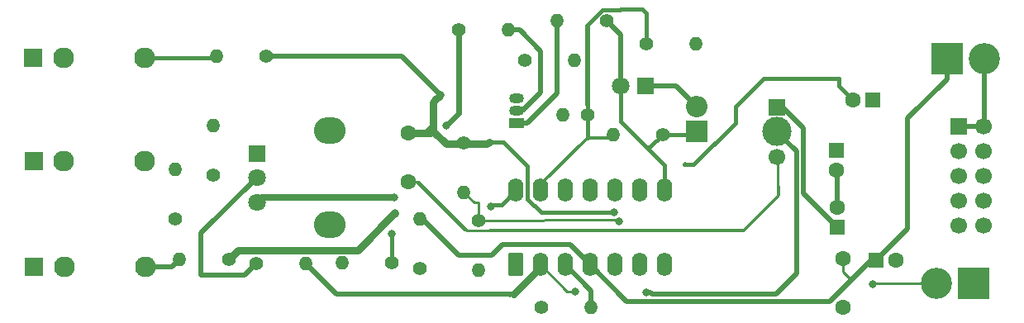
<source format=gbr>
%TF.GenerationSoftware,KiCad,Pcbnew,9.0.1*%
%TF.CreationDate,2025-06-03T19:58:47+02:00*%
%TF.ProjectId,lfo,6c666f2e-6b69-4636-9164-5f7063625858,rev?*%
%TF.SameCoordinates,Original*%
%TF.FileFunction,Copper,L1,Top*%
%TF.FilePolarity,Positive*%
%FSLAX46Y46*%
G04 Gerber Fmt 4.6, Leading zero omitted, Abs format (unit mm)*
G04 Created by KiCad (PCBNEW 9.0.1) date 2025-06-03 19:58:47*
%MOMM*%
%LPD*%
G01*
G04 APERTURE LIST*
G04 Aperture macros list*
%AMRoundRect*
0 Rectangle with rounded corners*
0 $1 Rounding radius*
0 $2 $3 $4 $5 $6 $7 $8 $9 X,Y pos of 4 corners*
0 Add a 4 corners polygon primitive as box body*
4,1,4,$2,$3,$4,$5,$6,$7,$8,$9,$2,$3,0*
0 Add four circle primitives for the rounded corners*
1,1,$1+$1,$2,$3*
1,1,$1+$1,$4,$5*
1,1,$1+$1,$6,$7*
1,1,$1+$1,$8,$9*
0 Add four rect primitives between the rounded corners*
20,1,$1+$1,$2,$3,$4,$5,0*
20,1,$1+$1,$4,$5,$6,$7,0*
20,1,$1+$1,$6,$7,$8,$9,0*
20,1,$1+$1,$8,$9,$2,$3,0*%
G04 Aperture macros list end*
%TA.AperFunction,Conductor*%
%ADD10C,0.200000*%
%TD*%
%TA.AperFunction,ComponentPad*%
%ADD11R,1.700000X1.700000*%
%TD*%
%TA.AperFunction,ComponentPad*%
%ADD12C,3.000000*%
%TD*%
%TA.AperFunction,ComponentPad*%
%ADD13C,1.700000*%
%TD*%
%TA.AperFunction,ComponentPad*%
%ADD14R,1.830000X1.930000*%
%TD*%
%TA.AperFunction,ComponentPad*%
%ADD15C,2.130000*%
%TD*%
%TA.AperFunction,ComponentPad*%
%ADD16C,1.400000*%
%TD*%
%TA.AperFunction,ComponentPad*%
%ADD17O,1.400000X1.400000*%
%TD*%
%TA.AperFunction,ComponentPad*%
%ADD18C,1.600000*%
%TD*%
%TA.AperFunction,ComponentPad*%
%ADD19R,1.800000X1.800000*%
%TD*%
%TA.AperFunction,ComponentPad*%
%ADD20C,1.800000*%
%TD*%
%TA.AperFunction,ComponentPad*%
%ADD21R,2.200000X2.200000*%
%TD*%
%TA.AperFunction,ComponentPad*%
%ADD22O,2.200000X2.200000*%
%TD*%
%TA.AperFunction,ComponentPad*%
%ADD23RoundRect,0.250000X0.550000X-0.950000X0.550000X0.950000X-0.550000X0.950000X-0.550000X-0.950000X0*%
%TD*%
%TA.AperFunction,ComponentPad*%
%ADD24O,1.600000X2.400000*%
%TD*%
%TA.AperFunction,ComponentPad*%
%ADD25R,1.500000X1.050000*%
%TD*%
%TA.AperFunction,ComponentPad*%
%ADD26O,1.500000X1.050000*%
%TD*%
%TA.AperFunction,ComponentPad*%
%ADD27R,1.600000X1.600000*%
%TD*%
%TA.AperFunction,ComponentPad*%
%ADD28R,3.200000X3.200000*%
%TD*%
%TA.AperFunction,ComponentPad*%
%ADD29O,3.200000X3.200000*%
%TD*%
%TA.AperFunction,ComponentPad*%
%ADD30O,3.240000X2.720000*%
%TD*%
%TA.AperFunction,ViaPad*%
%ADD31C,0.800000*%
%TD*%
%TA.AperFunction,ViaPad*%
%ADD32C,0.500000*%
%TD*%
%TA.AperFunction,Conductor*%
%ADD33C,0.631800*%
%TD*%
%TA.AperFunction,Conductor*%
%ADD34C,0.500000*%
%TD*%
%TA.AperFunction,Conductor*%
%ADD35C,0.250000*%
%TD*%
%TA.AperFunction,Conductor*%
%ADD36C,0.276200*%
%TD*%
%TA.AperFunction,Conductor*%
%ADD37C,0.400000*%
%TD*%
%TA.AperFunction,Conductor*%
%ADD38C,0.783400*%
%TD*%
%TA.AperFunction,Conductor*%
%ADD39C,0.656400*%
%TD*%
%TA.AperFunction,Conductor*%
%ADD40C,0.402400*%
%TD*%
%TA.AperFunction,Conductor*%
%ADD41C,0.657200*%
%TD*%
%TA.AperFunction,Conductor*%
%ADD42C,0.350000*%
%TD*%
%TA.AperFunction,Conductor*%
%ADD43C,0.529400*%
%TD*%
G04 APERTURE END LIST*
D10*
%TO.N,Net-(SW1-C)*%
X136600000Y-31600000D02*
X136450000Y-27950000D01*
%TD*%
D11*
%TO.P,SW1,1,A*%
%TO.N,Net-(SW1-A)*%
X136400000Y-22550000D03*
D12*
%TO.P,SW1,2,B*%
%TO.N,Net-(SW1-B)*%
X136400000Y-25050000D03*
D13*
%TO.P,SW1,3,C*%
%TO.N,Net-(SW1-C)*%
X136400000Y-27630000D03*
%TD*%
%TO.P,J4,10,Pin_10*%
%TO.N,Net-(D4-K)*%
X157540000Y-34700000D03*
%TO.P,J4,9,Pin_9*%
X155000000Y-34700000D03*
%TO.P,J4,8,Pin_8*%
%TO.N,GND*%
X157540000Y-32160000D03*
%TO.P,J4,7,Pin_7*%
X155000000Y-32160000D03*
%TO.P,J4,6,Pin_6*%
X157540000Y-29620000D03*
%TO.P,J4,5,Pin_5*%
X155000000Y-29620000D03*
%TO.P,J4,4,Pin_4*%
X157540000Y-27080000D03*
%TO.P,J4,3,Pin_3*%
X155000000Y-27080000D03*
%TO.P,J4,2,Pin_2*%
%TO.N,Net-(D3-A)*%
X157540000Y-24540000D03*
D11*
%TO.P,J4,1,Pin_1*%
X155000000Y-24540000D03*
%TD*%
D14*
%TO.P,J3,S*%
%TO.N,GND*%
X60300000Y-38900000D03*
D15*
%TO.P,J3,T*%
%TO.N,Net-(J3-PadT)*%
X71700000Y-38900000D03*
%TO.P,J3,TN*%
%TO.N,unconnected-(J3-PadTN)*%
X63400000Y-38900000D03*
%TD*%
D16*
%TO.P,R2,1*%
%TO.N,Net-(J2-PadT)*%
X112270000Y-43080000D03*
D17*
%TO.P,R2,2*%
%TO.N,GND*%
X117350000Y-43080000D03*
%TD*%
D16*
%TO.P,R4,1*%
%TO.N,Net-(R15-Pad2)*%
X96940000Y-38500000D03*
D17*
%TO.P,R4,2*%
%TO.N,Net-(J2-PadT)*%
X91860000Y-38500000D03*
%TD*%
D16*
%TO.P,R12,1*%
%TO.N,Net-(C1-Pad2)*%
X104300000Y-26210000D03*
D17*
%TO.P,R12,2*%
%TO.N,Net-(U1B-+)*%
X104300000Y-31290000D03*
%TD*%
D18*
%TO.P,C4,1*%
%TO.N,Vcc*%
X143150000Y-38100000D03*
%TO.P,C4,2*%
%TO.N,GND*%
X143150000Y-43100000D03*
%TD*%
D16*
%TO.P,R9,1*%
%TO.N,Net-(C1-Pad2)*%
X84040000Y-17300000D03*
D17*
%TO.P,R9,2*%
%TO.N,Net-(J1-PadT)*%
X78960000Y-17300000D03*
%TD*%
D16*
%TO.P,R11,1*%
%TO.N,Net-(D1-K)*%
X124650000Y-25350000D03*
D17*
%TO.P,R11,2*%
%TO.N,Net-(U1D--)*%
X119570000Y-25350000D03*
%TD*%
D19*
%TO.P,D2,1,K*%
%TO.N,Net-(D1-A)*%
X122900000Y-20400000D03*
D20*
%TO.P,D2,2,A*%
%TO.N,Net-(D1-K)*%
X120360000Y-20400000D03*
%TD*%
D16*
%TO.P,R14,1*%
%TO.N,Net-(D1-K)*%
X118940000Y-13700000D03*
D17*
%TO.P,R14,2*%
%TO.N,Net-(Q1-C)*%
X113860000Y-13700000D03*
%TD*%
D16*
%TO.P,R16,1*%
%TO.N,Net-(R16-Pad1)*%
X83045000Y-38575000D03*
D17*
%TO.P,R16,2*%
%TO.N,Net-(SW1-B)*%
X88125000Y-38575000D03*
%TD*%
D16*
%TO.P,R1,1*%
%TO.N,Net-(R1-Pad1)*%
X78600000Y-29500000D03*
D17*
%TO.P,R1,2*%
%TO.N,GND*%
X78600000Y-24420000D03*
%TD*%
D16*
%TO.P,R10,1*%
%TO.N,Net-(U1D--)*%
X122960000Y-16050000D03*
D17*
%TO.P,R10,2*%
%TO.N,GND*%
X128040000Y-16050000D03*
%TD*%
D16*
%TO.P,R7,1*%
%TO.N,Net-(C1-Pad2)*%
X110575000Y-17725000D03*
D17*
%TO.P,R7,2*%
%TO.N,Net-(D1-A)*%
X115655000Y-17725000D03*
%TD*%
D14*
%TO.P,J2,S*%
%TO.N,GND*%
X60220000Y-28100000D03*
D15*
%TO.P,J2,T*%
%TO.N,Net-(J2-PadT)*%
X71620000Y-28100000D03*
%TO.P,J2,TN*%
%TO.N,unconnected-(J2-PadTN)*%
X63320000Y-28100000D03*
%TD*%
D21*
%TO.P,D1,1,K*%
%TO.N,Net-(D1-K)*%
X128200000Y-25071766D03*
D22*
%TO.P,D1,2,A*%
%TO.N,Net-(D1-A)*%
X128200000Y-22531766D03*
%TD*%
D23*
%TO.P,U1,1*%
%TO.N,Net-(C1-Pad2)*%
X109620000Y-38720000D03*
D24*
%TO.P,U1,2,-*%
%TO.N,Net-(SW1-B)*%
X112160000Y-38720000D03*
%TO.P,U1,3,+*%
%TO.N,GND*%
X114700000Y-38720000D03*
%TO.P,U1,4,V+*%
%TO.N,Vcc*%
X117240000Y-38720000D03*
%TO.P,U1,5,+*%
%TO.N,Net-(U1B-+)*%
X119780000Y-38720000D03*
%TO.P,U1,6,-*%
%TO.N,GND*%
X122320000Y-38720000D03*
%TO.P,U1,7*%
%TO.N,Net-(R15-Pad2)*%
X124860000Y-38720000D03*
%TO.P,U1,8*%
%TO.N,Net-(D1-K)*%
X124860000Y-31100000D03*
%TO.P,U1,9,-*%
%TO.N,Net-(D1-A)*%
X122320000Y-31100000D03*
%TO.P,U1,10,+*%
%TO.N,Net-(U1C-+)*%
X119780000Y-31100000D03*
%TO.P,U1,11,V-*%
%TO.N,Vee*%
X117240000Y-31100000D03*
%TO.P,U1,12,+*%
%TO.N,Net-(Q1-C)*%
X114700000Y-31100000D03*
%TO.P,U1,13,-*%
%TO.N,Net-(U1D--)*%
X112160000Y-31100000D03*
%TO.P,U1,14*%
%TO.N,Net-(R13-Pad2)*%
X109620000Y-31100000D03*
%TD*%
D16*
%TO.P,R5,1*%
%TO.N,Net-(U1C-+)*%
X74750000Y-34040000D03*
D17*
%TO.P,R5,2*%
%TO.N,GND*%
X74750000Y-28960000D03*
%TD*%
D16*
%TO.P,R6,1*%
%TO.N,Net-(R13-Pad2)*%
X80200000Y-38200000D03*
D17*
%TO.P,R6,2*%
%TO.N,Net-(J3-PadT)*%
X75120000Y-38200000D03*
%TD*%
D18*
%TO.P,C1,1*%
%TO.N,Net-(SW1-C)*%
X98640000Y-30230000D03*
%TO.P,C1,2*%
%TO.N,Net-(C1-Pad2)*%
X98640000Y-25230000D03*
%TD*%
D16*
%TO.P,R13,1*%
%TO.N,Net-(U1D--)*%
X116970000Y-23350000D03*
D17*
%TO.P,R13,2*%
%TO.N,Net-(R13-Pad2)*%
X114430000Y-23350000D03*
%TD*%
D16*
%TO.P,R15,1*%
%TO.N,Net-(U1B-+)*%
X105800000Y-34200000D03*
D17*
%TO.P,R15,2*%
%TO.N,Net-(R15-Pad2)*%
X105800000Y-39280000D03*
%TD*%
D16*
%TO.P,R8,1*%
%TO.N,Net-(U1C-+)*%
X99800000Y-39090000D03*
D17*
%TO.P,R8,2*%
%TO.N,Vcc*%
X99800000Y-34010000D03*
%TD*%
D16*
%TO.P,R3,1*%
%TO.N,Net-(R15-Pad2)*%
X103760000Y-14650000D03*
D17*
%TO.P,R3,2*%
%TO.N,Net-(Q1-B)*%
X108840000Y-14650000D03*
%TD*%
D14*
%TO.P,J1,S*%
%TO.N,GND*%
X60200000Y-17500000D03*
D15*
%TO.P,J1,T*%
%TO.N,Net-(J1-PadT)*%
X71600000Y-17500000D03*
%TO.P,J1,TN*%
%TO.N,unconnected-(J1-PadTN)*%
X63300000Y-17500000D03*
%TD*%
D25*
%TO.P,Q1,1,C*%
%TO.N,Net-(Q1-C)*%
X109700000Y-24200000D03*
D26*
%TO.P,Q1,2,B*%
%TO.N,Net-(Q1-B)*%
X109700000Y-22930000D03*
%TO.P,Q1,3,E*%
%TO.N,GND*%
X109700000Y-21660000D03*
%TD*%
D27*
%TO.P,C7,1*%
%TO.N,GND*%
X146194888Y-21850000D03*
D18*
%TO.P,C7,2*%
%TO.N,Vee*%
X144194888Y-21850000D03*
%TD*%
D27*
%TO.P,C3,1*%
%TO.N,Vcc*%
X146550000Y-38250000D03*
D18*
%TO.P,C3,2*%
%TO.N,GND*%
X148550000Y-38250000D03*
%TD*%
D27*
%TO.P,C5,1*%
%TO.N,Net-(C1-Pad2)*%
X142500000Y-27000000D03*
D18*
%TO.P,C5,2*%
%TO.N,Net-(C2-Pad2)*%
X142500000Y-29000000D03*
%TD*%
D27*
%TO.P,C2,1*%
%TO.N,Net-(SW1-A)*%
X142550000Y-34850000D03*
D18*
%TO.P,C2,2*%
%TO.N,Net-(C2-Pad2)*%
X142550000Y-32850000D03*
%TD*%
D28*
%TO.P,D4,1,K*%
%TO.N,Net-(D4-K)*%
X156560000Y-40600000D03*
D29*
%TO.P,D4,2,A*%
%TO.N,Vee*%
X152750000Y-40600000D03*
%TD*%
D28*
%TO.P,D3,1,K*%
%TO.N,Vcc*%
X153795000Y-17600000D03*
D29*
%TO.P,D3,2,A*%
%TO.N,Net-(D3-A)*%
X157605000Y-17600000D03*
%TD*%
D30*
%TO.P,RV1,*%
%TO.N,*%
X90600000Y-25000000D03*
X90600000Y-34600000D03*
D19*
%TO.P,RV1,1,1*%
%TO.N,Net-(R1-Pad1)*%
X83100000Y-27300000D03*
D20*
%TO.P,RV1,2,2*%
%TO.N,Net-(R16-Pad1)*%
X83100000Y-29800000D03*
%TO.P,RV1,3,3*%
%TO.N,Net-(R15-Pad2)*%
X83100000Y-32300000D03*
%TD*%
D31*
%TO.N,Vee*%
X146175000Y-40675000D03*
D32*
X127000000Y-28450000D03*
D31*
%TO.N,Net-(C1-Pad2)*%
X119675555Y-33345555D03*
X101911980Y-21291980D03*
%TO.N,Net-(R15-Pad2)*%
X96940000Y-35570000D03*
X97200000Y-31790000D03*
X102497500Y-24472500D03*
%TO.N,Net-(R13-Pad2)*%
X107082300Y-32717700D03*
X97225000Y-33425000D03*
%TO.N,Net-(U1B-+)*%
X120175000Y-34250000D03*
%TO.N,Net-(SW1-B)*%
X122970000Y-41580000D03*
X115720000Y-41440000D03*
%TD*%
D33*
%TO.N,Net-(R15-Pad2)*%
X103760000Y-14650000D02*
X103760000Y-23210000D01*
X103760000Y-23210000D02*
X102497500Y-24472500D01*
D34*
%TO.N,Net-(Q1-B)*%
X112190000Y-16840000D02*
X110000000Y-14650000D01*
X110000000Y-14650000D02*
X108840000Y-14650000D01*
D35*
%TO.N,Net-(SW1-C)*%
X104480000Y-35120000D02*
X104330000Y-34970000D01*
D36*
X99590000Y-30230000D02*
X99500000Y-30230000D01*
D35*
X104480000Y-35120000D02*
X104390000Y-35120000D01*
X104390000Y-35120000D02*
X99500000Y-30230000D01*
D36*
X104599100Y-35239100D02*
X104330000Y-34970000D01*
D35*
X133150000Y-34950000D02*
X132874000Y-35226000D01*
X132874000Y-35226000D02*
X104586000Y-35226000D01*
X104586000Y-35226000D02*
X104480000Y-35120000D01*
D36*
X136550000Y-31550000D02*
X133150000Y-34950000D01*
D35*
X136450000Y-27950000D02*
X136450000Y-31650000D01*
X136450000Y-31650000D02*
X133150000Y-34950000D01*
D34*
%TO.N,Net-(SW1-B)*%
X123450000Y-41580000D02*
X123620000Y-41750000D01*
X123620000Y-41750000D02*
X136250000Y-41750000D01*
X136250000Y-41750000D02*
X138388500Y-39611500D01*
X138388500Y-39611500D02*
X138388500Y-27078500D01*
X138388500Y-27078500D02*
X136400000Y-25090000D01*
%TO.N,Vcc*%
X108277760Y-36650000D02*
X107176760Y-37751000D01*
X120971000Y-42451000D02*
X117240000Y-38720000D01*
X141829818Y-42451000D02*
X120971000Y-42451000D01*
D35*
X143150000Y-38100000D02*
X143150000Y-39475000D01*
X143150000Y-39475000D02*
X143977909Y-40302909D01*
D34*
X149777079Y-23717921D02*
X153795000Y-19700000D01*
X149777079Y-35022921D02*
X149777079Y-23717921D01*
X143977909Y-40302909D02*
X141829818Y-42451000D01*
X146030818Y-38250000D02*
X143977909Y-40302909D01*
X103781818Y-37751000D02*
X99800000Y-33769182D01*
X117240000Y-38720000D02*
X115170000Y-36650000D01*
X153795000Y-19700000D02*
X153795000Y-17600000D01*
X115170000Y-36650000D02*
X108277760Y-36650000D01*
X146550000Y-38250000D02*
X149777079Y-35022921D01*
X107176760Y-37751000D02*
X103781818Y-37751000D01*
X146550000Y-38250000D02*
X146030818Y-38250000D01*
D37*
%TO.N,Vee*%
X132111883Y-22538117D02*
X135050000Y-19600000D01*
X142750000Y-19600000D02*
X142750000Y-20405112D01*
D35*
X146400000Y-40600000D02*
X146150000Y-40350000D01*
D37*
X127000000Y-28450000D02*
X126850000Y-28450000D01*
X132111883Y-24161883D02*
X127823766Y-28450000D01*
D35*
X152750000Y-40600000D02*
X146400000Y-40600000D01*
D37*
X142750000Y-20405112D02*
X144194888Y-21850000D01*
X132111883Y-24161883D02*
X132111883Y-22538117D01*
X127823766Y-28450000D02*
X127000000Y-28450000D01*
X135050000Y-19600000D02*
X142750000Y-19600000D01*
D34*
%TO.N,Net-(D1-A)*%
X122900000Y-20400000D02*
X126068234Y-20400000D01*
X126068234Y-20400000D02*
X128200000Y-22531766D01*
%TO.N,Net-(SW1-A)*%
X139089500Y-24689500D02*
X139089500Y-31389500D01*
X136550000Y-22150000D02*
X139089500Y-24689500D01*
X139089500Y-31389500D02*
X142550000Y-34850000D01*
D38*
%TO.N,Net-(C1-Pad2)*%
X109340000Y-39000000D02*
X109620000Y-38720000D01*
X104400000Y-26350000D02*
X102491846Y-26350000D01*
D35*
X98640000Y-25230000D02*
X100500964Y-25230000D01*
D38*
X101150964Y-25009118D02*
X101150964Y-24580000D01*
D39*
X100500964Y-25230000D02*
X101150964Y-24580000D01*
D38*
X101150964Y-24580000D02*
X101150964Y-22052995D01*
D40*
X112202855Y-33345555D02*
X110822200Y-31964900D01*
X112202855Y-33345555D02*
X119675555Y-33345555D01*
D38*
X102491846Y-26350000D02*
X101150964Y-25009118D01*
D40*
X110822200Y-28572200D02*
X108360000Y-26110000D01*
D38*
X100930082Y-25230000D02*
X98640000Y-25230000D01*
D34*
X84040000Y-17300000D02*
X97920000Y-17300000D01*
D38*
X106660000Y-26350000D02*
X106900000Y-26110000D01*
X101721979Y-21481979D02*
X101731979Y-21471979D01*
X101150964Y-25009118D02*
X100930082Y-25230000D01*
X104400000Y-26350000D02*
X106660000Y-26350000D01*
X101431979Y-21771979D02*
X101721979Y-21481979D01*
X101150964Y-22052995D02*
X101431979Y-21771979D01*
D34*
X97920000Y-17300000D02*
X101911980Y-21291980D01*
D40*
X110822200Y-31964900D02*
X110822200Y-28572200D01*
X108360000Y-26110000D02*
X106900000Y-26110000D01*
D38*
X101791979Y-21411979D02*
X101850964Y-21352995D01*
D34*
%TO.N,Net-(C2-Pad2)*%
X142550000Y-32850000D02*
X142550000Y-29050000D01*
X142550000Y-29050000D02*
X142500000Y-29000000D01*
D36*
%TO.N,Net-(SW1-C)*%
X104780470Y-35239100D02*
X122731831Y-35239100D01*
X104330000Y-34970000D02*
X99590000Y-30230000D01*
X99500000Y-30230000D02*
X98640000Y-30230000D01*
X132939100Y-35160900D02*
X117600000Y-35160900D01*
X122731831Y-35239100D02*
X104599100Y-35239100D01*
X117600000Y-35160900D02*
X106925000Y-35160900D01*
X133150000Y-34950000D02*
X132939100Y-35160900D01*
D34*
%TO.N,Net-(D1-K)*%
X120360000Y-15120000D02*
X120360000Y-20400000D01*
D37*
X124650000Y-25350000D02*
X127921766Y-25350000D01*
X120360000Y-24020000D02*
X122040000Y-25700000D01*
X122040000Y-25700000D02*
X123032500Y-26692500D01*
X123907500Y-27567500D02*
X124860000Y-28520000D01*
X120360000Y-20400000D02*
X120360000Y-24020000D01*
X124860000Y-28520000D02*
X124860000Y-31100000D01*
X123032500Y-26692500D02*
X123307500Y-26692500D01*
X123307500Y-26692500D02*
X124650000Y-25350000D01*
X127921766Y-25350000D02*
X128200000Y-25071766D01*
D34*
X118940000Y-13700000D02*
X120360000Y-15120000D01*
D37*
X123032500Y-26692500D02*
X123907500Y-27567500D01*
D34*
%TO.N,Net-(R15-Pad2)*%
X102497500Y-24472500D02*
X102470000Y-24500000D01*
D37*
X96940000Y-38500000D02*
X96940000Y-35570000D01*
D41*
X83610000Y-31790000D02*
X83100000Y-32300000D01*
X97150000Y-31790000D02*
X83610000Y-31790000D01*
D34*
%TO.N,Net-(Q1-B)*%
X112190000Y-16840000D02*
X112190000Y-21034000D01*
X112190000Y-21034000D02*
X110294000Y-22930000D01*
X110294000Y-22930000D02*
X109700000Y-22930000D01*
%TO.N,GND*%
X117350000Y-41370000D02*
X117350000Y-43080000D01*
X114700000Y-38720000D02*
X114857760Y-38720000D01*
X114700000Y-38720000D02*
X117350000Y-41370000D01*
D37*
%TO.N,Net-(R13-Pad2)*%
X107225000Y-32575000D02*
X107082300Y-32717700D01*
D38*
X81192700Y-37207300D02*
X93442700Y-37207300D01*
X93442700Y-37207300D02*
X97025000Y-33625000D01*
X97025000Y-33625000D02*
X97225000Y-33425000D01*
D37*
X108145000Y-32575000D02*
X107225000Y-32575000D01*
X109620000Y-31100000D02*
X108145000Y-32575000D01*
D38*
X80200000Y-38200000D02*
X81192700Y-37207300D01*
D34*
%TO.N,Net-(Q1-C)*%
X109700000Y-24200000D02*
X110832240Y-24200000D01*
X113860000Y-21172240D02*
X113860000Y-13700000D01*
X110832240Y-24200000D02*
X113860000Y-21172240D01*
D37*
%TO.N,Net-(J1-PadT)*%
X71600000Y-17500000D02*
X78760000Y-17500000D01*
X78760000Y-17500000D02*
X78960000Y-17300000D01*
D35*
%TO.N,Net-(U1B-+)*%
X105800000Y-34200000D02*
X112525000Y-34200000D01*
X105360000Y-32350000D02*
X105800000Y-32350000D01*
X120100000Y-34325000D02*
X120175000Y-34250000D01*
X104300000Y-31290000D02*
X105360000Y-32350000D01*
X105800000Y-32350000D02*
X105800000Y-34200000D01*
X114375000Y-34125000D02*
X119900000Y-34125000D01*
X120175000Y-34250000D02*
X120330000Y-34095000D01*
X112600000Y-34125000D02*
X114375000Y-34125000D01*
X119900000Y-34125000D02*
X120100000Y-34325000D01*
D37*
%TO.N,Net-(U1D--)*%
X116960000Y-25700000D02*
X116960000Y-14122950D01*
D42*
X112160000Y-30500000D02*
X112160000Y-31100000D01*
X116960000Y-25700000D02*
X116960000Y-22360000D01*
X116960000Y-25700000D02*
X119220000Y-25700000D01*
D37*
X122960000Y-12960000D02*
X122960000Y-16050000D01*
X120326918Y-12599000D02*
X120375918Y-12550000D01*
X118483950Y-12599000D02*
X120326918Y-12599000D01*
X120375918Y-12550000D02*
X122550000Y-12550000D01*
D42*
X119220000Y-25700000D02*
X119570000Y-25350000D01*
D37*
X116960000Y-14122950D02*
X118483950Y-12599000D01*
D42*
X116900000Y-14218306D02*
X118494306Y-12624000D01*
D37*
X122550000Y-12550000D02*
X122960000Y-12960000D01*
D42*
X116960000Y-22360000D02*
X116900000Y-22300000D01*
X116960000Y-25700000D02*
X112160000Y-30500000D01*
X116900000Y-22300000D02*
X116900000Y-14218306D01*
D34*
%TO.N,Net-(R16-Pad1)*%
X77400000Y-35500000D02*
X83100000Y-29800000D01*
X83060000Y-38600000D02*
X81860000Y-39800000D01*
X77400000Y-39800000D02*
X77400000Y-35500000D01*
X81860000Y-39800000D02*
X77400000Y-39800000D01*
D39*
%TO.N,Net-(SW1-B)*%
X109460000Y-41810000D02*
X112160000Y-39110000D01*
D35*
X114880000Y-41440000D02*
X115720000Y-41440000D01*
D43*
X109152500Y-41727500D02*
X109032706Y-41847294D01*
X91277500Y-41727500D02*
X88125000Y-38575000D01*
D35*
X112160000Y-38720000D02*
X114880000Y-41440000D01*
X91387294Y-41847294D02*
X88140000Y-38600000D01*
D39*
X112160000Y-39110000D02*
X112160000Y-38720000D01*
D35*
X123450000Y-41580000D02*
X135920000Y-41580000D01*
D43*
X109152500Y-41727500D02*
X91277500Y-41727500D01*
D35*
X109032706Y-41847294D02*
X112160000Y-38720000D01*
X109032706Y-41847294D02*
X91387294Y-41847294D01*
X122970000Y-41580000D02*
X123450000Y-41580000D01*
D34*
%TO.N,Net-(D3-A)*%
X157605000Y-24475000D02*
X157540000Y-24540000D01*
X157605000Y-17600000D02*
X157605000Y-24475000D01*
X155000000Y-24540000D02*
X157540000Y-24540000D01*
%TO.N,Net-(J3-PadT)*%
X71700000Y-38900000D02*
X74420000Y-38900000D01*
X74420000Y-38900000D02*
X75120000Y-38200000D01*
%TD*%
M02*

</source>
